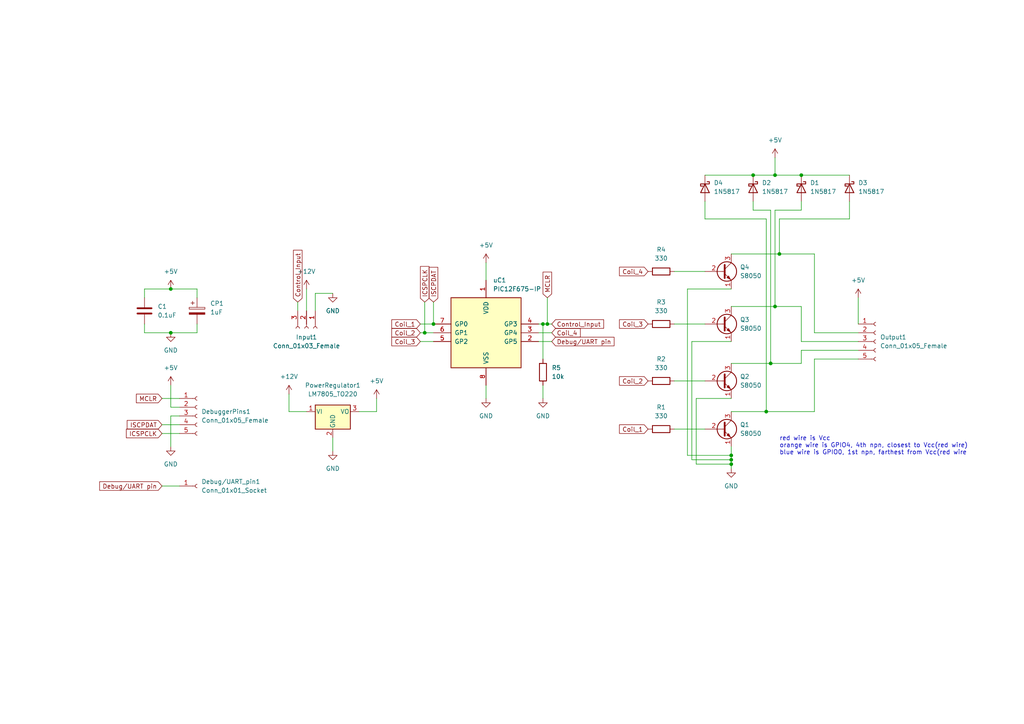
<source format=kicad_sch>
(kicad_sch (version 20230121) (generator eeschema)
  (paper "A4")
  (lib_symbols
    (symbol "Connector:Conn_01x01_Socket" (pin_names (offset 1.016) hide)
      (property "Reference" "J" (at 0 2.54 0))
      (property "Value" "Conn_01x01_Socket" (at 0 -2.54 0))
      (symbol "Conn_01x01_Socket_1_1"
        (polyline (pts (xy -1.27 0) (xy -0.508 0)) (stroke (width 0.1524)))
        (arc (start 0 0.508) (mid -0.5058 0) (end 0 -0.508) (stroke (width 0.1524)))
        (pin passive line (at -5.08 0 0) (length 3.81) (name "Pin_1") (number "1"))
      )
    )
    (symbol "Connector:Conn_01x03_Female" (pin_names (offset 1.016) hide)
      (property "Reference" "J" (at 0 5.08 0))
      (property "Value" "Conn_01x03_Female" (at 0 -5.08 0))
      (symbol "Conn_01x03_Female_1_1"
        (arc (start 0 -2.032) (mid -0.5058 -2.54) (end 0 -3.048) (stroke (width 0.1524)))
        (polyline (pts (xy -1.27 -2.54) (xy -0.508 -2.54)) (stroke (width 0.1524)))
        (polyline (pts (xy -1.27 0) (xy -0.508 0)) (stroke (width 0.1524)))
        (polyline (pts (xy -1.27 2.54) (xy -0.508 2.54)) (stroke (width 0.1524)))
        (arc (start 0 0.508) (mid -0.5058 0) (end 0 -0.508) (stroke (width 0.1524)))
        (arc (start 0 3.048) (mid -0.5058 2.54) (end 0 2.032) (stroke (width 0.1524)))
        (pin passive line (at -5.08 2.54 0) (length 3.81) (name "Pin_1") (number "1"))
        (pin passive line (at -5.08 0 0) (length 3.81) (name "Pin_2") (number "2"))
        (pin passive line (at -5.08 -2.54 0) (length 3.81) (name "Pin_3") (number "3"))
      )
    )
    (symbol "Connector:Conn_01x05_Female" (pin_names (offset 1.016) hide)
      (property "Reference" "J" (at 0 7.62 0))
      (property "Value" "Conn_01x05_Female" (at 0 -7.62 0))
      (symbol "Conn_01x05_Female_1_1"
        (arc (start 0 -4.572) (mid -0.5058 -5.08) (end 0 -5.588) (stroke (width 0.1524)))
        (arc (start 0 -2.032) (mid -0.5058 -2.54) (end 0 -3.048) (stroke (width 0.1524)))
        (polyline (pts (xy -1.27 -5.08) (xy -0.508 -5.08)) (stroke (width 0.1524)))
        (polyline (pts (xy -1.27 -2.54) (xy -0.508 -2.54)) (stroke (width 0.1524)))
        (polyline (pts (xy -1.27 0) (xy -0.508 0)) (stroke (width 0.1524)))
        (polyline (pts (xy -1.27 2.54) (xy -0.508 2.54)) (stroke (width 0.1524)))
        (polyline (pts (xy -1.27 5.08) (xy -0.508 5.08)) (stroke (width 0.1524)))
        (arc (start 0 0.508) (mid -0.5058 0) (end 0 -0.508) (stroke (width 0.1524)))
        (arc (start 0 3.048) (mid -0.5058 2.54) (end 0 2.032) (stroke (width 0.1524)))
        (arc (start 0 5.588) (mid -0.5058 5.08) (end 0 4.572) (stroke (width 0.1524)))
        (pin passive line (at -5.08 5.08 0) (length 3.81) (name "Pin_1") (number "1"))
        (pin passive line (at -5.08 2.54 0) (length 3.81) (name "Pin_2") (number "2"))
        (pin passive line (at -5.08 0 0) (length 3.81) (name "Pin_3") (number "3"))
        (pin passive line (at -5.08 -2.54 0) (length 3.81) (name "Pin_4") (number "4"))
        (pin passive line (at -5.08 -5.08 0) (length 3.81) (name "Pin_5") (number "5"))
      )
    )
    (symbol "Device:C" (pin_numbers hide) (pin_names (offset 0.254))
      (property "Reference" "C" (at 0.635 2.54 0))
      (property "Value" "C" (at 0.635 -2.54 0))
      (symbol "C_0_1"
        (polyline (pts (xy -2.032 -0.762) (xy 2.032 -0.762)) (stroke (width 0.508)))
        (polyline (pts (xy -2.032 0.762) (xy 2.032 0.762)) (stroke (width 0.508)))
      )
      (symbol "C_1_1"
        (pin passive line (at 0 3.81 270) (length 2.794) (name "~") (number "1"))
        (pin passive line (at 0 -3.81 90) (length 2.794) (name "~") (number "2"))
      )
    )
    (symbol "Device:C_Polarized" (pin_numbers hide) (pin_names (offset 0.254))
      (property "Reference" "C" (at 0.635 2.54 0))
      (property "Value" "C_Polarized" (at 0.635 -2.54 0))
      (symbol "C_Polarized_0_1"
        (rectangle (start -2.286 0.508) (end 2.286 1.016))
        (polyline (pts (xy -1.778 2.286) (xy -0.762 2.286)))
        (polyline (pts (xy -1.27 2.794) (xy -1.27 1.778)))
        (rectangle (start 2.286 -0.508) (end -2.286 -1.016) (fill (type outline)))
      )
      (symbol "C_Polarized_1_1"
        (pin passive line (at 0 3.81 270) (length 2.794) (name "~") (number "1"))
        (pin passive line (at 0 -3.81 90) (length 2.794) (name "~") (number "2"))
      )
    )
    (symbol "Device:R" (pin_numbers hide) (pin_names (offset 0))
      (property "Reference" "R" (at 2.032 0 90))
      (property "Value" "R" (at 0 0 90))
      (symbol "R_0_1"
        (rectangle (start -1.016 -2.54) (end 1.016 2.54) (stroke (width 0.254)))
      )
      (symbol "R_1_1"
        (pin passive line (at 0 3.81 270) (length 1.27) (name "~") (number "1"))
        (pin passive line (at 0 -3.81 90) (length 1.27) (name "~") (number "2"))
      )
    )
    (symbol "Diode:1N5817" (pin_numbers hide) (pin_names (offset 1.016) hide)
      (property "Reference" "D" (at 0 2.54 0))
      (property "Value" "1N5817" (at 0 -2.54 0))
      (symbol "1N5817_0_1"
        (polyline (pts (xy 1.27 0) (xy -1.27 0)))
        (polyline (pts (xy 1.27 1.27) (xy 1.27 -1.27) (xy -1.27 0) (xy 1.27 1.27)) (stroke (width 0.254)))
        (polyline (pts (xy -1.905 0.635) (xy -1.905 1.27) (xy -1.27 1.27) (xy -1.27 -1.27) (xy -0.635 -1.27) (xy -0.635 -0.635)) (stroke (width 0.254)))
      )
      (symbol "1N5817_1_1"
        (pin passive line (at -3.81 0 0) (length 2.54) (name "K") (number "1"))
        (pin passive line (at 3.81 0 180) (length 2.54) (name "A") (number "2"))
      )
    )
    (symbol "MCU_Microchip_PIC12:PIC12F675-IP" (pin_names (offset 1.016))
      (property "Reference" "U" (at 1.27 13.97 0))
      (property "Value" "PIC12F675-IP" (at 1.27 11.43 0))
      (symbol "PIC12F675-IP_0_1"
        (rectangle (start 10.16 -10.16) (end -10.16 10.16) (stroke (width 0.254)) (fill (type background)))
      )
      (symbol "PIC12F675-IP_1_1"
        (pin power_in line (at 0 15.24 270) (length 5.08) (name "VDD") (number "1"))
        (pin bidirectional line (at 15.24 -2.54 180) (length 5.08) (name "GP5") (number "2"))
        (pin bidirectional line (at 15.24 0 180) (length 5.08) (name "GP4") (number "3"))
        (pin input line (at 15.24 2.54 180) (length 5.08) (name "GP3") (number "4"))
        (pin bidirectional line (at -15.24 -2.54 0) (length 5.08) (name "GP2") (number "5"))
        (pin bidirectional line (at -15.24 0 0) (length 5.08) (name "GP1") (number "6"))
        (pin bidirectional line (at -15.24 2.54 0) (length 5.08) (name "GP0") (number "7"))
        (pin power_in line (at 0 -15.24 90) (length 5.08) (name "VSS") (number "8"))
      )
    )
    (symbol "Regulator_Linear:LM7805_TO220" (pin_names (offset 0.254))
      (property "Reference" "U" (at -3.81 3.175 0))
      (property "Value" "LM7805_TO220" (at 0 3.175 0))
      (symbol "LM7805_TO220_0_1"
        (rectangle (start -5.08 1.905) (end 5.08 -5.08) (stroke (width 0.254)) (fill (type background)))
      )
      (symbol "LM7805_TO220_1_1"
        (pin power_in line (at -7.62 0 0) (length 2.54) (name "VI") (number "1"))
        (pin power_in line (at 0 -7.62 90) (length 2.54) (name "GND") (number "2"))
        (pin power_out line (at 7.62 0 180) (length 2.54) (name "VO") (number "3"))
      )
    )
    (symbol "Transistor_BJT:S8050" (pin_names (offset 0) hide)
      (property "Reference" "Q" (at 5.08 1.905 0))
      (property "Value" "S8050" (at 5.08 0 0))
      (symbol "S8050_0_1"
        (polyline (pts (xy 0 0) (xy 0.635 0)))
        (polyline (pts (xy 0.635 0.635) (xy 2.54 2.54)))
        (polyline (pts (xy 0.635 -0.635) (xy 2.54 -2.54) (xy 2.54 -2.54)))
        (polyline (pts (xy 0.635 1.905) (xy 0.635 -1.905) (xy 0.635 -1.905)) (stroke (width 0.508)))
        (polyline (pts (xy 1.27 -1.778) (xy 1.778 -1.27) (xy 2.286 -2.286) (xy 1.27 -1.778) (xy 1.27 -1.778)) (fill (type outline)))
        (circle (center 1.27 0) (radius 2.8194) (stroke (width 0.254)))
      )
      (symbol "S8050_1_1"
        (pin passive line (at 2.54 -5.08 90) (length 2.54) (name "E") (number "1"))
        (pin input line (at -5.08 0 0) (length 5.08) (name "B") (number "2"))
        (pin passive line (at 2.54 5.08 270) (length 2.54) (name "C") (number "3"))
      )
    )
    (symbol "power:+12V" (power) (pin_names (offset 0))
      (property "Value" "+12V" (at 0 3.556 0))
      (symbol "+12V_0_1"
        (polyline (pts (xy -0.762 1.27) (xy 0 2.54)))
        (polyline (pts (xy 0 0) (xy 0 2.54)))
        (polyline (pts (xy 0 2.54) (xy 0.762 1.27)))
      )
      (symbol "+12V_1_1"
        (pin power_in line (at 0 0 90) (length 0) hide (name "+12V") (number "1"))
      )
    )
    (symbol "power:+5V" (power) (pin_names (offset 0))
      (property "Value" "+5V" (at 0 3.556 0))
      (symbol "+5V_0_1"
        (polyline (pts (xy -0.762 1.27) (xy 0 2.54)))
        (polyline (pts (xy 0 0) (xy 0 2.54)))
        (polyline (pts (xy 0 2.54) (xy 0.762 1.27)))
      )
      (symbol "+5V_1_1"
        (pin power_in line (at 0 0 90) (length 0) hide (name "+5V") (number "1"))
      )
    )
    (symbol "power:GND" (power) (pin_names (offset 0))
      (property "Value" "GND" (at 0 -3.81 0))
      (symbol "GND_0_1"
        (polyline (pts (xy 0 0) (xy 0 -1.27) (xy 1.27 -1.27) (xy 0 -2.54) (xy -1.27 -1.27) (xy 0 -1.27)))
      )
      (symbol "GND_1_1"
        (pin power_in line (at 0 0 270) (length 0) hide (name "GND") (number "1"))
      )
    )
  )
  (junction (at 226.06 73.66))
  (junction (at 212.09 132.08))
  (junction (at 157.48 93.98))
  (junction (at 158.75 93.98))
  (junction (at 224.79 88.9))
  (junction (at 49.53 96.52))
  (junction (at 223.52 105.41))
  (junction (at 224.79 50.8))
  (junction (at 222.25 119.38))
  (junction (at 212.09 134.62))
  (junction (at 232.41 50.8))
  (junction (at 218.44 50.8))
  (junction (at 123.19 96.52))
  (junction (at 125.73 93.98))
  (junction (at 49.53 83.82))
  (junction (at 212.09 133.35))
  (wire (pts (xy 86.36 87.63) (xy 86.36 90.17)))
  (wire (pts (xy 41.91 83.82) (xy 49.53 83.82)))
  (wire (pts (xy 49.53 129.54) (xy 49.53 120.65)))
  (wire (pts (xy 212.09 73.66) (xy 226.06 73.66)))
  (wire (pts (xy 125.73 87.63) (xy 125.73 93.98)))
  (wire (pts (xy 158.75 93.98) (xy 157.48 93.98)))
  (wire (pts (xy 121.92 96.52) (xy 123.19 96.52)))
  (wire (pts (xy 83.82 119.38) (xy 88.9 119.38)))
  (wire (pts (xy 224.79 88.9) (xy 232.41 88.9)))
  (wire (pts (xy 246.38 58.42) (xy 246.38 63.5)))
  (wire (pts (xy 121.92 93.98) (xy 125.73 93.98)))
  (wire (pts (xy 49.53 120.65) (xy 52.07 120.65)))
  (wire (pts (xy 204.47 50.8) (xy 218.44 50.8)))
  (wire (pts (xy 212.09 119.38) (xy 222.25 119.38)))
  (wire (pts (xy 201.93 115.57) (xy 201.93 134.62)))
  (wire (pts (xy 236.22 96.52) (xy 248.92 96.52)))
  (wire (pts (xy 199.39 83.82) (xy 199.39 132.08)))
  (wire (pts (xy 57.15 83.82) (xy 57.15 86.36)))
  (wire (pts (xy 212.09 133.35) (xy 212.09 134.62)))
  (wire (pts (xy 195.58 93.98) (xy 204.47 93.98)))
  (wire (pts (xy 49.53 96.52) (xy 41.91 96.52)))
  (wire (pts (xy 91.44 90.17) (xy 91.44 85.09)))
  (wire (pts (xy 212.09 83.82) (xy 199.39 83.82)))
  (wire (pts (xy 232.41 58.42) (xy 232.41 60.96)))
  (wire (pts (xy 212.09 115.57) (xy 201.93 115.57)))
  (wire (pts (xy 57.15 93.98) (xy 57.15 96.52)))
  (wire (pts (xy 140.97 76.2) (xy 140.97 81.28)))
  (wire (pts (xy 248.92 86.36) (xy 248.92 93.98)))
  (wire (pts (xy 46.99 115.57) (xy 52.07 115.57)))
  (wire (pts (xy 109.22 119.38) (xy 104.14 119.38)))
  (wire (pts (xy 96.52 127) (xy 96.52 130.81)))
  (wire (pts (xy 236.22 73.66) (xy 236.22 96.52)))
  (wire (pts (xy 57.15 96.52) (xy 49.53 96.52)))
  (wire (pts (xy 232.41 60.96) (xy 224.79 60.96)))
  (wire (pts (xy 212.09 99.06) (xy 200.66 99.06)))
  (wire (pts (xy 222.25 119.38) (xy 236.22 119.38)))
  (wire (pts (xy 160.02 96.52) (xy 156.21 96.52)))
  (wire (pts (xy 232.41 105.41) (xy 232.41 101.6)))
  (wire (pts (xy 123.19 87.63) (xy 123.19 96.52)))
  (wire (pts (xy 195.58 110.49) (xy 204.47 110.49)))
  (wire (pts (xy 232.41 99.06) (xy 248.92 99.06)))
  (wire (pts (xy 201.93 134.62) (xy 212.09 134.62)))
  (wire (pts (xy 232.41 101.6) (xy 248.92 101.6)))
  (wire (pts (xy 226.06 73.66) (xy 236.22 73.66)))
  (wire (pts (xy 204.47 58.42) (xy 204.47 63.5)))
  (wire (pts (xy 123.19 96.52) (xy 125.73 96.52)))
  (wire (pts (xy 223.52 60.96) (xy 223.52 105.41)))
  (wire (pts (xy 218.44 60.96) (xy 223.52 60.96)))
  (wire (pts (xy 218.44 50.8) (xy 224.79 50.8)))
  (wire (pts (xy 226.06 63.5) (xy 226.06 73.66)))
  (wire (pts (xy 158.75 86.36) (xy 158.75 93.98)))
  (wire (pts (xy 224.79 45.72) (xy 224.79 50.8)))
  (wire (pts (xy 200.66 133.35) (xy 212.09 133.35)))
  (wire (pts (xy 195.58 78.74) (xy 204.47 78.74)))
  (wire (pts (xy 46.99 125.73) (xy 52.07 125.73)))
  (wire (pts (xy 41.91 86.36) (xy 41.91 83.82)))
  (wire (pts (xy 156.21 99.06) (xy 160.02 99.06)))
  (wire (pts (xy 41.91 96.52) (xy 41.91 93.98)))
  (wire (pts (xy 212.09 88.9) (xy 224.79 88.9)))
  (wire (pts (xy 49.53 111.76) (xy 49.53 118.11)))
  (wire (pts (xy 109.22 115.57) (xy 109.22 119.38)))
  (wire (pts (xy 204.47 63.5) (xy 222.25 63.5)))
  (wire (pts (xy 212.09 132.08) (xy 212.09 133.35)))
  (wire (pts (xy 157.48 93.98) (xy 157.48 104.14)))
  (wire (pts (xy 218.44 58.42) (xy 218.44 60.96)))
  (wire (pts (xy 199.39 132.08) (xy 212.09 132.08)))
  (wire (pts (xy 236.22 119.38) (xy 236.22 104.14)))
  (wire (pts (xy 195.58 124.46) (xy 204.47 124.46)))
  (wire (pts (xy 224.79 60.96) (xy 224.79 88.9)))
  (wire (pts (xy 232.41 88.9) (xy 232.41 99.06)))
  (wire (pts (xy 49.53 118.11) (xy 52.07 118.11)))
  (wire (pts (xy 222.25 63.5) (xy 222.25 119.38)))
  (wire (pts (xy 212.09 105.41) (xy 223.52 105.41)))
  (wire (pts (xy 121.92 99.06) (xy 125.73 99.06)))
  (wire (pts (xy 46.99 140.97) (xy 52.07 140.97)))
  (wire (pts (xy 160.02 93.98) (xy 158.75 93.98)))
  (wire (pts (xy 83.82 114.3) (xy 83.82 119.38)))
  (wire (pts (xy 223.52 105.41) (xy 232.41 105.41)))
  (wire (pts (xy 212.09 134.62) (xy 212.09 135.89)))
  (wire (pts (xy 140.97 111.76) (xy 140.97 115.57)))
  (wire (pts (xy 88.9 83.82) (xy 88.9 90.17)))
  (wire (pts (xy 46.99 123.19) (xy 52.07 123.19)))
  (wire (pts (xy 226.06 63.5) (xy 246.38 63.5)))
  (wire (pts (xy 157.48 111.76) (xy 157.48 115.57)))
  (wire (pts (xy 212.09 129.54) (xy 212.09 132.08)))
  (wire (pts (xy 232.41 50.8) (xy 246.38 50.8)))
  (wire (pts (xy 91.44 85.09) (xy 96.52 85.09)))
  (wire (pts (xy 224.79 50.8) (xy 232.41 50.8)))
  (wire (pts (xy 236.22 104.14) (xy 248.92 104.14)))
  (wire (pts (xy 157.48 93.98) (xy 156.21 93.98)))
  (wire (pts (xy 200.66 99.06) (xy 200.66 133.35)))
  (wire (pts (xy 49.53 83.82) (xy 57.15 83.82)))
  (text "red wire is Vcc\norange wire is GPIO4, 4th npn, closest to Vcc(red wire)\nblue wire is GPIO0, 1st npn, farthest from Vcc(red wire" (at 226.06 132.08 0) (effects (font (size 1.27 1.27)) (justify left bottom)))
  (global_label "Coil_3" (shape input) (at 187.96 93.98 180) (property "Intersheetrefs" "${INTERSHEET_REFS}" (effects hide)))
  (global_label "Control_Input" (shape input) (at 86.36 87.63 90) (property "Intersheetrefs" "${INTERSHEET_REFS}" (effects hide)))
  (global_label "Coil_3" (shape input) (at 121.92 99.06 180) (property "Intersheetrefs" "${INTERSHEET_REFS}" (effects hide)))
  (global_label "Coil_1" (shape input) (at 187.96 124.46 180) (property "Intersheetrefs" "${INTERSHEET_REFS}" (effects hide)))
  (global_label "MCLR" (shape input) (at 46.99 115.57 180) (property "Intersheetrefs" "${INTERSHEET_REFS}" (effects hide)))
  (global_label "Coil_4" (shape input) (at 187.96 78.74 180) (property "Intersheetrefs" "${INTERSHEET_REFS}" (effects hide)))
  (global_label "ISCPDAT" (shape input) (at 125.73 87.63 90) (property "Intersheetrefs" "${INTERSHEET_REFS}" (effects hide)))
  (global_label "ICSPCLK" (shape input) (at 123.19 87.63 90) (property "Intersheetrefs" "${INTERSHEET_REFS}" (effects hide)))
  (global_label "Coil_4" (shape input) (at 160.02 96.52 0) (property "Intersheetrefs" "${INTERSHEET_REFS}" (effects hide)))
  (global_label "Debug{slash}UART pin" (shape input) (at 160.02 99.06 0) (property "Intersheetrefs" "${INTERSHEET_REFS}" (effects hide)))
  (global_label "Control_Input" (shape input) (at 160.02 93.98 0) (property "Intersheetrefs" "${INTERSHEET_REFS}" (effects hide)))
  (global_label "Coil_1" (shape input) (at 121.92 93.98 180) (property "Intersheetrefs" "${INTERSHEET_REFS}" (effects hide)))
  (global_label "Coil_2" (shape input) (at 187.96 110.49 180) (property "Intersheetrefs" "${INTERSHEET_REFS}" (effects hide)))
  (global_label "MCLR" (shape input) (at 158.75 86.36 90) (property "Intersheetrefs" "${INTERSHEET_REFS}" (effects hide)))
  (global_label "ISCPDAT" (shape input) (at 46.99 123.19 180) (property "Intersheetrefs" "${INTERSHEET_REFS}" (effects hide)))
  (global_label "Coil_2" (shape input) (at 121.92 96.52 180) (property "Intersheetrefs" "${INTERSHEET_REFS}" (effects hide)))
  (global_label "ICSPCLK" (shape input) (at 46.99 125.73 180) (property "Intersheetrefs" "${INTERSHEET_REFS}" (effects hide)))
  (global_label "Debug{slash}UART pin" (shape input) (at 46.99 140.97 180) (property "Intersheetrefs" "${INTERSHEET_REFS}" (effects hide)))
  (symbol (lib_id "Connector:Conn_01x01_Socket") (at 57.15 140.97 0) (unit 1)
    (property "Reference" "Debug/UART_pin1" (at 58.42 139.7 0) (effects (justify left)))
    (property "Value" "Conn_01x01_Socket" (at 58.42 142.24 0) (effects (justify left)))
    (property "Footprint" "Connector_PinSocket_2.54mm:PinSocket_1x01_P2.54mm_Vertical" (effects hide))
  )
  (symbol (lib_id "power:GND") (at 49.53 96.52 0) (unit 1)
    (property "Reference" "#PWR0104" (effects hide))
    (property "Value" "GND" (at 49.53 101.6 0))
  )
  (symbol (lib_id "Connector:Conn_01x05_Female") (at 57.15 120.65 0) (unit 1)
    (property "Reference" "DebuggerPins1" (at 58.42 119.3799 0) (effects (justify left)))
    (property "Value" "Conn_01x05_Female" (at 58.42 121.9199 0) (effects (justify left)))
    (property "Footprint" "Connector_PinHeader_2.54mm:PinHeader_1x05_P2.54mm_Vertical" (effects hide))
  )
  (symbol (lib_id "power:+12V") (at 83.82 114.3 0) (unit 1)
    (property "Reference" "#PWR0107" (effects hide))
    (property "Value" "+12V" (at 83.82 109.22 0))
  )
  (symbol (lib_id "Regulator_Linear:LM7805_TO220") (at 96.52 119.38 0) (unit 1)
    (property "Reference" "PowerRegulator1" (at 96.52 111.76 0))
    (property "Value" "LM7805_TO220" (at 96.52 114.3 0))
    (property "Footprint" "Package_TO_SOT_THT:TO-220-3_Vertical" (effects hide))
    (property "Datasheet" "https://www.onsemi.cn/PowerSolutions/document/MC7800-D.PDF" (effects hide))
  )
  (symbol (lib_id "power:GND") (at 212.09 135.89 0) (unit 1)
    (property "Reference" "#PWR0101" (effects hide))
    (property "Value" "GND" (at 212.09 140.97 0))
  )
  (symbol (lib_id "power:GND") (at 157.48 115.57 0) (unit 1)
    (property "Reference" "#PWR0108" (effects hide))
    (property "Value" "GND" (at 157.48 120.65 0))
  )
  (symbol (lib_id "Diode:1N5817") (at 232.41 54.61 270) (unit 1)
    (property "Reference" "D1" (at 234.95 53.0225 90) (effects (justify left)))
    (property "Value" "1N5817" (at 234.95 55.5625 90) (effects (justify left)))
    (property "Footprint" "Diode_THT:D_DO-34_SOD68_P7.62mm_Horizontal" (effects hide))
    (property "Datasheet" "http://www.vishay.com/docs/88525/1n5817.pdf" (effects hide))
  )
  (symbol (lib_id "Device:R") (at 191.77 93.98 90) (unit 1)
    (property "Reference" "R3" (at 191.77 87.63 90))
    (property "Value" "330" (at 191.77 90.17 90))
    (property "Footprint" "Resistor_THT:R_Axial_DIN0207_L6.3mm_D2.5mm_P7.62mm_Horizontal" (effects hide))
  )
  (symbol (lib_id "power:GND") (at 140.97 115.57 0) (unit 1)
    (property "Reference" "#PWR0102" (effects hide))
    (property "Value" "GND" (at 140.97 120.65 0))
  )
  (symbol (lib_id "power:+5V") (at 49.53 111.76 0) (unit 1)
    (property "Reference" "#PWR0114" (effects hide))
    (property "Value" "+5V" (at 49.53 106.68 0))
  )
  (symbol (lib_id "Transistor_BJT:S8050") (at 209.55 124.46 0) (unit 1)
    (property "Reference" "Q1" (at 214.63 123.1899 0) (effects (justify left)))
    (property "Value" "S8050" (at 214.63 125.7299 0) (effects (justify left)))
    (property "Footprint" "Package_TO_SOT_THT:TO-92_Inline" (effects hide))
    (property "Datasheet" "http://www.unisonic.com.tw/datasheet/S8050.pdf" (effects hide))
  )
  (symbol (lib_id "Transistor_BJT:S8050") (at 209.55 78.74 0) (unit 1)
    (property "Reference" "Q4" (at 214.63 77.4699 0) (effects (justify left)))
    (property "Value" "S8050" (at 214.63 80.0099 0) (effects (justify left)))
    (property "Footprint" "Package_TO_SOT_THT:TO-92_Inline" (effects hide))
    (property "Datasheet" "http://www.unisonic.com.tw/datasheet/S8050.pdf" (effects hide))
  )
  (symbol (lib_id "Device:R") (at 157.48 107.95 180) (unit 1)
    (property "Reference" "R5" (at 160.02 106.6799 0) (effects (justify right)))
    (property "Value" "10k" (at 160.02 109.2199 0) (effects (justify right)))
    (property "Footprint" "Resistor_THT:R_Axial_DIN0207_L6.3mm_D2.5mm_P7.62mm_Horizontal" (effects hide))
  )
  (symbol (lib_id "MCU_Microchip_PIC12:PIC12F675-IP") (at 140.97 96.52 0) (unit 1)
    (property "Reference" "uC1" (at 142.9894 81.28 0) (effects (justify left)))
    (property "Value" "PIC12F675-IP" (at 142.9894 83.82 0) (effects (justify left)))
    (property "Footprint" "Package_DIP:DIP-8_W7.62mm" (effects hide))
    (property "Datasheet" "http://ww1.microchip.com/downloads/en/DeviceDoc/41190G.pdf" (effects hide))
  )
  (symbol (lib_id "power:+5V") (at 49.53 83.82 0) (unit 1)
    (property "Reference" "#PWR0105" (effects hide))
    (property "Value" "+5V" (at 49.53 78.74 0))
  )
  (symbol (lib_id "Device:C") (at 41.91 90.17 180) (unit 1)
    (property "Reference" "C1" (at 45.72 88.8999 0) (effects (justify right)))
    (property "Value" "0.1uF" (at 45.72 91.4399 0) (effects (justify right)))
    (property "Footprint" "Capacitor_THT:C_Disc_D3.0mm_W2.0mm_P2.50mm" (effects hide))
  )
  (symbol (lib_id "Device:R") (at 191.77 78.74 90) (unit 1)
    (property "Reference" "R4" (at 191.77 72.39 90))
    (property "Value" "330" (at 191.77 74.93 90))
    (property "Footprint" "Resistor_THT:R_Axial_DIN0207_L6.3mm_D2.5mm_P7.62mm_Horizontal" (effects hide))
  )
  (symbol (lib_id "Diode:1N5817") (at 204.47 54.61 270) (unit 1)
    (property "Reference" "D4" (at 207.01 53.0225 90) (effects (justify left)))
    (property "Value" "1N5817" (at 207.01 55.5625 90) (effects (justify left)))
    (property "Footprint" "Diode_THT:D_DO-34_SOD68_P7.62mm_Horizontal" (effects hide))
    (property "Datasheet" "http://www.vishay.com/docs/88525/1n5817.pdf" (effects hide))
  )
  (symbol (lib_id "power:+5V") (at 248.92 86.36 0) (unit 1)
    (property "Reference" "#PWR0110" (effects hide))
    (property "Value" "+5V" (at 248.92 81.28 0))
  )
  (symbol (lib_id "power:GND") (at 96.52 85.09 0) (unit 1)
    (property "Reference" "#PWR0106" (effects hide))
    (property "Value" "GND" (at 96.52 90.17 0))
  )
  (symbol (lib_id "Transistor_BJT:S8050") (at 209.55 93.98 0) (unit 1)
    (property "Reference" "Q3" (at 214.63 92.7099 0) (effects (justify left)))
    (property "Value" "S8050" (at 214.63 95.2499 0) (effects (justify left)))
    (property "Footprint" "Package_TO_SOT_THT:TO-92_Inline" (effects hide))
    (property "Datasheet" "http://www.unisonic.com.tw/datasheet/S8050.pdf" (effects hide))
  )
  (symbol (lib_id "power:+12V") (at 88.9 83.82 0) (unit 1)
    (property "Reference" "#PWR0111" (effects hide))
    (property "Value" "+12V" (at 88.9 78.74 0))
  )
  (symbol (lib_id "Diode:1N5817") (at 246.38 54.61 270) (unit 1)
    (property "Reference" "D3" (at 248.92 53.0225 90) (effects (justify left)))
    (property "Value" "1N5817" (at 248.92 55.5625 90) (effects (justify left)))
    (property "Footprint" "Diode_THT:D_DO-34_SOD68_P7.62mm_Horizontal" (effects hide))
    (property "Datasheet" "http://www.vishay.com/docs/88525/1n5817.pdf" (effects hide))
  )
  (symbol (lib_id "Transistor_BJT:S8050") (at 209.55 110.49 0) (unit 1)
    (property "Reference" "Q2" (at 214.63 109.2199 0) (effects (justify left)))
    (property "Value" "S8050" (at 214.63 111.7599 0) (effects (justify left)))
    (property "Footprint" "Package_TO_SOT_THT:TO-92_Inline" (effects hide))
    (property "Datasheet" "http://www.unisonic.com.tw/datasheet/S8050.pdf" (effects hide))
  )
  (symbol (lib_id "Device:C_Polarized") (at 57.15 90.17 0) (unit 1)
    (property "Reference" "CP1" (at 60.96 88.0109 0) (effects (justify left)))
    (property "Value" "1uF" (at 60.96 90.5509 0) (effects (justify left)))
    (property "Footprint" "Capacitor_THT:CP_Radial_D5.0mm_P2.50mm" (effects hide))
  )
  (symbol (lib_id "Device:R") (at 191.77 110.49 90) (unit 1)
    (property "Reference" "R2" (at 191.77 104.14 90))
    (property "Value" "330" (at 191.77 106.68 90))
    (property "Footprint" "Resistor_THT:R_Axial_DIN0207_L6.3mm_D2.5mm_P7.62mm_Horizontal" (effects hide))
  )
  (symbol (lib_id "power:GND") (at 49.53 129.54 0) (unit 1)
    (property "Reference" "#PWR0115" (effects hide))
    (property "Value" "GND" (at 49.53 134.62 0))
  )
  (symbol (lib_id "Connector:Conn_01x03_Female") (at 88.9 95.25 270) (unit 1)
    (property "Reference" "Input1" (at 88.9 97.79 90))
    (property "Value" "Conn_01x03_Female" (at 88.9 100.33 90))
    (property "Footprint" "Connector_PinHeader_2.54mm:PinHeader_1x03_P2.54mm_Vertical" (effects hide))
  )
  (symbol (lib_id "Diode:1N5817") (at 218.44 54.61 270) (unit 1)
    (property "Reference" "D2" (at 220.98 53.0225 90) (effects (justify left)))
    (property "Value" "1N5817" (at 220.98 55.5625 90) (effects (justify left)))
    (property "Footprint" "Diode_THT:D_DO-34_SOD68_P7.62mm_Horizontal" (effects hide))
    (property "Datasheet" "http://www.vishay.com/docs/88525/1n5817.pdf" (effects hide))
  )
  (symbol (lib_id "power:+5V") (at 109.22 115.57 0) (unit 1)
    (property "Reference" "#PWR0112" (effects hide))
    (property "Value" "+5V" (at 109.22 110.49 0))
  )
  (symbol (lib_id "Device:R") (at 191.77 124.46 90) (unit 1)
    (property "Reference" "R1" (at 191.77 118.11 90))
    (property "Value" "330" (at 191.77 120.65 90))
    (property "Footprint" "Resistor_THT:R_Axial_DIN0207_L6.3mm_D2.5mm_P7.62mm_Horizontal" (effects hide))
  )
  (symbol (lib_id "power:GND") (at 96.52 130.81 0) (unit 1)
    (property "Reference" "#PWR0113" (effects hide))
    (property "Value" "GND" (at 96.52 135.89 0))
  )
  (symbol (lib_id "power:+5V") (at 224.79 45.72 0) (unit 1)
    (property "Reference" "#PWR0109" (effects hide))
    (property "Value" "+5V" (at 224.79 40.64 0))
  )
  (symbol (lib_id "Connector:Conn_01x05_Female") (at 254 99.06 0) (unit 1)
    (property "Reference" "Output1" (at 255.27 97.7899 0) (effects (justify left)))
    (property "Value" "Conn_01x05_Female" (at 255.27 100.3299 0) (effects (justify left)))
    (property "Footprint" "Connector_PinHeader_2.54mm:PinHeader_1x05_P2.54mm_Vertical" (effects hide))
  )
  (symbol (lib_id "power:+5V") (at 140.97 76.2 0) (unit 1)
    (property "Reference" "#PWR0103" (effects hide))
    (property "Value" "+5V" (at 140.97 71.12 0))
  )
)
</source>
